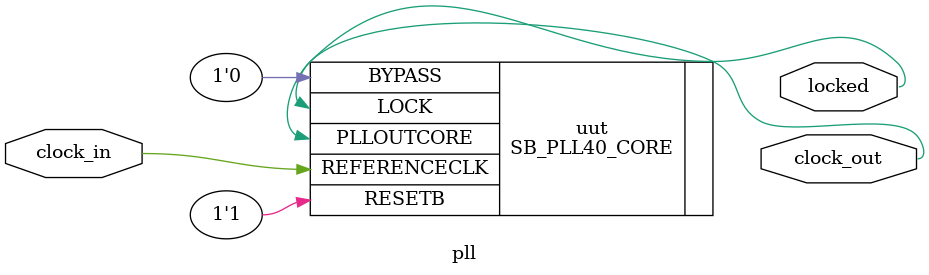
<source format=v>
/**
 * PLL configuration
 *
 * This Verilog module was generated automatically
 * using the icepll tool from the IceStorm project.
 * Use at your own risk.
 *
 * Given input frequency:        16.000 MHz
 * Requested output frequency:   21.477 MHz
 * Achieved output frequency:    21.500 MHz
 */

module pll(
    input  clock_in,
    output clock_out,
    output locked
);

    // 12 MHz in
    // 16 MHz out

    SB_PLL40_CORE #(
    .FEEDBACK_PATH("SIMPLE"),
    .DIVR(4'b0000), // DIVR =  0
    .DIVF(7'b1010100), // DIVF = 42
    .DIVQ(3'b101), // DIVQ =  5
    .FILTER_RANGE(3'b001) // FILTER_RANGE = 1
    ) uut (
        .LOCK(locked),
        .RESETB(1'b1),
        .BYPASS(1'b0),
        .REFERENCECLK(clock_in),
        .PLLOUTCORE(clock_out)
    );

endmodule
</source>
